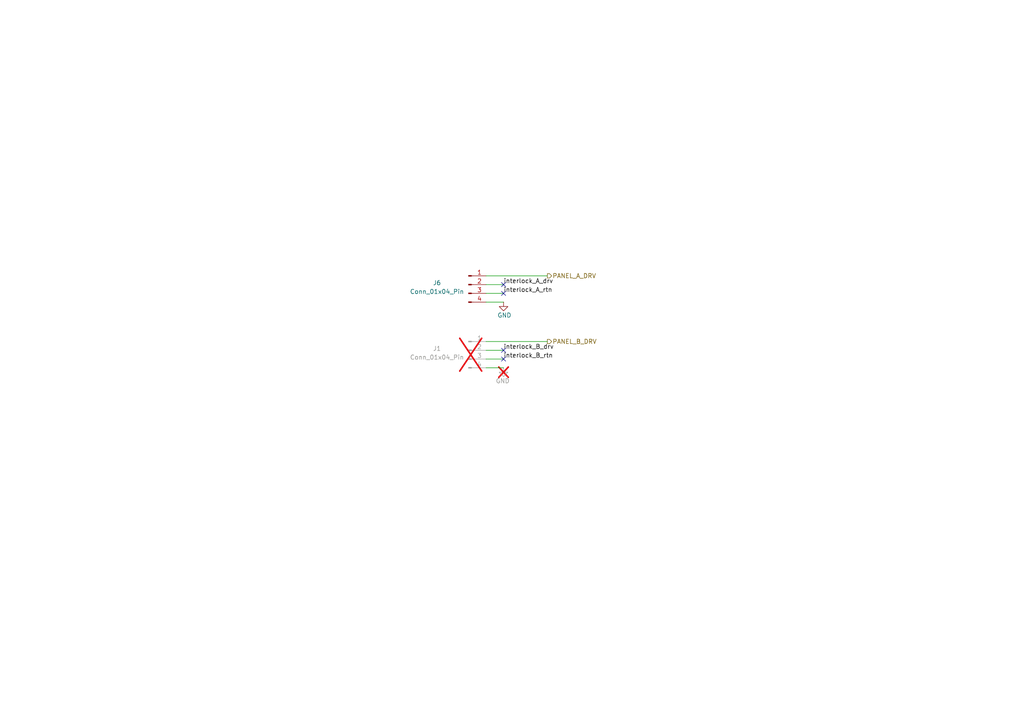
<source format=kicad_sch>
(kicad_sch (version 20250114) (generator "eeschema") (generator_version "9.0")
  (paper "A4")
  (title_block (title "Solar Panel Connections") (rev "1") (company "Solar Airplane") (comment 1 "Engineer: Ezzat Suhaime") (comment 2 "Reviewer 1: ") (comment 3 "Reviewer 2:"))
  (lib_symbols
    (symbol "Connector:Conn_01x04_Pin" (pin_names (offset 1.016) (hide yes))
      (property "Reference" "J" (at 0 5.08 0))
      (property "Value" "Conn_01x04_Pin" (at 0 -7.62 0))
      (symbol "Conn_01x04_Pin_1_1"
        (rectangle (start 0.8636 2.667) (end 0 2.413) (stroke (width 0.1524)) (fill (type outline)))
        (rectangle (start 0.8636 0.127) (end 0 -0.127) (stroke (width 0.1524)) (fill (type outline)))
        (rectangle (start 0.8636 -2.413) (end 0 -2.667) (stroke (width 0.1524)) (fill (type outline)))
        (rectangle (start 0.8636 -4.953) (end 0 -5.207) (stroke (width 0.1524)) (fill (type outline)))
        (polyline (pts (xy 1.27 2.54) (xy 0.8636 2.54)) (stroke (width 0.1524)))
        (polyline (pts (xy 1.27 0) (xy 0.8636 0)) (stroke (width 0.1524)))
        (polyline (pts (xy 1.27 -2.54) (xy 0.8636 -2.54)) (stroke (width 0.1524)))
        (polyline (pts (xy 1.27 -5.08) (xy 0.8636 -5.08)) (stroke (width 0.1524)))
        (pin passive line (at 5.08 2.54 180) (length 3.81) (name "Pin_1") (number "1"))
        (pin passive line (at 5.08 0 180) (length 3.81) (name "Pin_2") (number "2"))
        (pin passive line (at 5.08 -2.54 180) (length 3.81) (name "Pin_3") (number "3"))
        (pin passive line (at 5.08 -5.08 180) (length 3.81) (name "Pin_4") (number "4"))
      )
    )
    (symbol "power:GND" (power) (pin_numbers (hide yes)) (pin_names (offset 0) (hide yes))
      (property "Value" "GND" (at 0 -3.81 0))
      (symbol "GND_0_1"
        (polyline (pts (xy 0 0) (xy 0 -1.27) (xy 1.27 -1.27) (xy 0 -2.54) (xy -1.27 -1.27) (xy 0 -1.27)))
      )
      (symbol "GND_1_1"
        (pin power_in line (at 0 0 270) (length 0) (name "~") (number "1"))
      )
    )
  )
  (no_connect (at 146.05 101.6))
  (no_connect (at 146.05 85.09))
  (no_connect (at 146.05 104.14))
  (no_connect (at 146.05 82.55))
  (wire (pts (xy 140.97 82.55) (xy 146.05 82.55)))
  (wire (pts (xy 140.97 80.01) (xy 158.75 80.01)))
  (wire (pts (xy 140.97 87.63) (xy 146.05 87.63)))
  (wire (pts (xy 140.97 106.68) (xy 146.05 106.68)))
  (wire (pts (xy 140.97 99.06) (xy 158.75 99.06)))
  (wire (pts (xy 140.97 104.14) (xy 146.05 104.14)))
  (wire (pts (xy 140.97 101.6) (xy 146.05 101.6)))
  (wire (pts (xy 140.97 85.09) (xy 146.05 85.09)))
  (label "interlock_B_drv" (at 146.05 101.6 0))
  (label "interlock_A_drv" (at 146.05 82.55 0))
  (label "interlock_B_rtn" (at 146.05 104.14 0))
  (label "interlock_A_rtn" (at 146.05 85.09 0))
  (hierarchical_label "PANEL_B_DRV" (shape output) (at 158.75 99.06 0))
  (hierarchical_label "PANEL_A_DRV" (shape output) (at 158.75 80.01 0))
  (symbol (lib_id "power:GND") (at 146.05 87.63 0) (unit 1)
    (property "Reference" "#PWR0137" (effects (hide yes)))
    (property "Value" "GND" (at 146.304 91.44 0))
    (property "Description" "Power symbol creates a global label with name \"GND\" , ground" (effects (hide yes)))
  )
  (symbol (lib_id "Connector:Conn_01x04_Pin") (at 135.89 101.6 0) (unit 1) (exclude_from_sim yes) (in_bom no) (on_board no) (dnp yes)
    (property "Reference" "J1" (at 126.746 101.092 0))
    (property "Value" "Conn_01x04_Pin" (at 126.746 103.632 0))
    (property "Description" "Generic connector, single row, 01x04, script generated" (effects (hide yes)))
  )
  (symbol (lib_id "power:GND") (at 146.05 106.68 0) (unit 1) (exclude_from_sim yes) (in_bom no) (on_board no) (dnp yes)
    (property "Reference" "#PWR0136" (effects (hide yes)))
    (property "Value" "GND" (at 145.796 110.49 0))
    (property "Description" "Power symbol creates a global label with name \"GND\" , ground" (effects (hide yes)))
  )
  (symbol (lib_id "Connector:Conn_01x04_Pin") (at 135.89 82.55 0) (unit 1)
    (property "Reference" "J6" (at 126.746 82.042 0))
    (property "Value" "Conn_01x04_Pin" (at 126.746 84.582 0))
    (property "Description" "Generic connector, single row, 01x04, script generated" (effects (hide yes)))
  )
)
</source>
